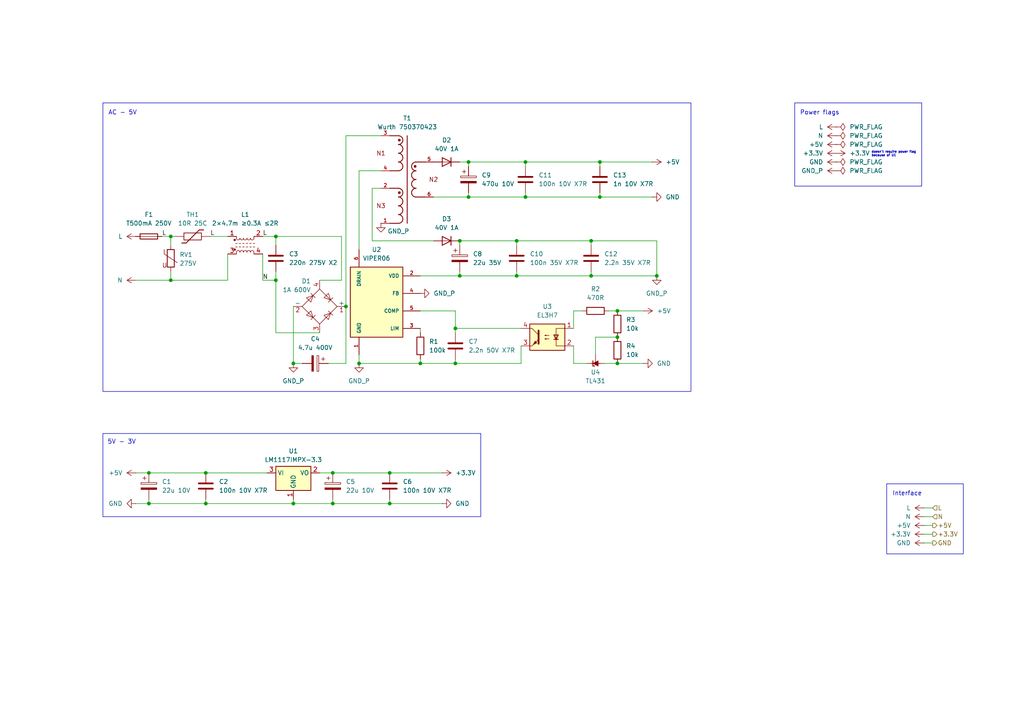
<source format=kicad_sch>
(kicad_sch (version 20250114) (generator "eeschema") (generator_version "9.0")
  (paper "A4")
  (title_block (title "Power supply") (date "2025-05-01") (rev "0.1") (company "SIVAKOV.TECH") (comment 1 "SMD version for manufacturing"))
  (lib_symbols
    (symbol "Device:C" (pin_numbers (hide yes)) (pin_names (offset 0.254))
      (property "Reference" "C" (at 0.635 2.54 0))
      (property "Value" "C" (at 0.635 -2.54 0))
      (symbol "C_0_1"
        (polyline (pts (xy -2.032 0.762) (xy 2.032 0.762)) (stroke (width 0.508)))
        (polyline (pts (xy -2.032 -0.762) (xy 2.032 -0.762)) (stroke (width 0.508)))
      )
      (symbol "C_1_1"
        (pin passive line (at 0 3.81 270) (length 2.794) (name "~") (number "1"))
        (pin passive line (at 0 -3.81 90) (length 2.794) (name "~") (number "2"))
      )
    )
    (symbol "Device:C_Polarized" (pin_numbers (hide yes)) (pin_names (offset 0.254))
      (property "Reference" "C" (at 0.635 2.54 0))
      (property "Value" "C_Polarized" (at 0.635 -2.54 0))
      (symbol "C_Polarized_0_1"
        (rectangle (start -2.286 0.508) (end 2.286 1.016))
        (polyline (pts (xy -1.778 2.286) (xy -0.762 2.286)))
        (polyline (pts (xy -1.27 2.794) (xy -1.27 1.778)))
        (rectangle (start 2.286 -0.508) (end -2.286 -1.016) (fill (type outline)))
      )
      (symbol "C_Polarized_1_1"
        (pin passive line (at 0 3.81 270) (length 2.794) (name "~") (number "1"))
        (pin passive line (at 0 -3.81 90) (length 2.794) (name "~") (number "2"))
      )
    )
    (symbol "Device:D" (pin_numbers (hide yes)) (pin_names (offset 1.016) (hide yes))
      (property "Reference" "D" (at 0 2.54 0))
      (property "Value" "D" (at 0 -2.54 0))
      (symbol "D_0_1"
        (polyline (pts (xy -1.27 1.27) (xy -1.27 -1.27)) (stroke (width 0.254)))
        (polyline (pts (xy 1.27 1.27) (xy 1.27 -1.27) (xy -1.27 0) (xy 1.27 1.27)) (stroke (width 0.254)))
        (polyline (pts (xy 1.27 0) (xy -1.27 0)))
      )
      (symbol "D_1_1"
        (pin passive line (at -3.81 0 0) (length 2.54) (name "K") (number "1"))
        (pin passive line (at 3.81 0 180) (length 2.54) (name "A") (number "2"))
      )
    )
    (symbol "Device:Fuse" (pin_numbers (hide yes)) (pin_names (offset 0))
      (property "Reference" "F" (at 2.032 0 90))
      (property "Value" "Fuse" (at -1.905 0 90))
      (symbol "Fuse_0_1"
        (rectangle (start -0.762 -2.54) (end 0.762 2.54) (stroke (width 0.254)))
        (polyline (pts (xy 0 2.54) (xy 0 -2.54)))
      )
      (symbol "Fuse_1_1"
        (pin passive line (at 0 3.81 270) (length 1.27) (name "~") (number "1"))
        (pin passive line (at 0 -3.81 90) (length 1.27) (name "~") (number "2"))
      )
    )
    (symbol "Device:L_Ferrite_Coupled" (pin_names (offset 0.254) (hide yes))
      (property "Reference" "L" (at 0 4.445 0))
      (property "Value" "L_Ferrite_Coupled" (at 0 -4.445 0))
      (symbol "L_Ferrite_Coupled_0_1"
        (circle (center -3.048 1.524) (radius 0.254) (fill (type outline)))
        (circle (center -3.048 -1.27) (radius 0.254) (fill (type outline)))
        (polyline (pts (xy -2.794 0.508) (xy -2.286 0.508)))
        (polyline (pts (xy -2.794 -0.508) (xy -2.286 -0.508)))
        (polyline (pts (xy -2.54 2.032) (xy -2.54 2.54)))
        (polyline (pts (xy -2.54 -2.032) (xy -2.54 -2.54)))
        (arc (start -1.524 2.032) (mid -2.032 1.5262) (end -2.54 2.032))
        (arc (start -2.54 -2.032) (mid -2.032 -1.5262) (end -1.524 -2.032))
        (polyline (pts (xy -1.778 0.508) (xy -1.27 0.508)))
        (polyline (pts (xy -1.778 -0.508) (xy -1.27 -0.508)))
        (arc (start -0.508 2.032) (mid -1.016 1.5262) (end -1.524 2.032))
        (arc (start -1.524 -2.032) (mid -1.016 -1.5262) (end -0.508 -2.032))
        (polyline (pts (xy -0.762 0.508) (xy -0.254 0.508)))
        (polyline (pts (xy -0.762 -0.508) (xy -0.254 -0.508)))
        (arc (start 0.508 2.032) (mid 0 1.5262) (end -0.508 2.032))
        (arc (start -0.508 -2.032) (mid 0 -1.5262) (end 0.508 -2.032))
        (polyline (pts (xy 0.254 0.508) (xy 0.762 0.508)))
        (polyline (pts (xy 0.254 -0.508) (xy 0.762 -0.508)))
        (arc (start 1.524 2.032) (mid 1.016 1.5262) (end 0.508 2.032))
        (arc (start 0.508 -2.032) (mid 1.016 -1.5262) (end 1.524 -2.032))
        (polyline (pts (xy 1.27 0.508) (xy 1.778 0.508)))
        (polyline (pts (xy 1.27 -0.508) (xy 1.778 -0.508)))
        (arc (start 2.54 2.032) (mid 2.032 1.5262) (end 1.524 2.032))
        (arc (start 1.524 -2.032) (mid 2.032 -1.5262) (end 2.54 -2.032))
        (polyline (pts (xy 2.286 0.508) (xy 2.794 0.508)))
        (polyline (pts (xy 2.286 -0.508) (xy 2.794 -0.508)))
        (polyline (pts (xy 2.54 2.54) (xy 2.54 2.032)))
        (polyline (pts (xy 2.54 -2.032) (xy 2.54 -2.54)))
      )
      (symbol "L_Ferrite_Coupled_1_1"
        (pin passive line (at -5.08 2.54 0) (length 2.54) (name "1") (number "1"))
        (pin passive line (at -5.08 -2.54 0) (length 2.54) (name "3") (number "3"))
        (pin passive line (at 5.08 2.54 180) (length 2.54) (name "2") (number "2"))
        (pin passive line (at 5.08 -2.54 180) (length 2.54) (name "4") (number "4"))
      )
    )
    (symbol "Device:R" (pin_numbers (hide yes)) (pin_names (offset 0))
      (property "Reference" "R" (at 2.032 0 90))
      (property "Value" "R" (at 0 0 90))
      (symbol "R_0_1"
        (rectangle (start -1.016 -2.54) (end 1.016 2.54) (stroke (width 0.254)))
      )
      (symbol "R_1_1"
        (pin passive line (at 0 3.81 270) (length 1.27) (name "~") (number "1"))
        (pin passive line (at 0 -3.81 90) (length 1.27) (name "~") (number "2"))
      )
    )
    (symbol "Device:Thermistor" (pin_numbers (hide yes)) (pin_names (offset 0))
      (property "Reference" "TH" (at 2.54 1.27 90))
      (property "Value" "Thermistor" (at -2.54 0 90))
      (symbol "Thermistor_0_1"
        (polyline (pts (xy -1.905 3.175) (xy -1.905 1.905) (xy 1.905 -1.905) (xy 1.905 -3.175) (xy 1.905 -3.175)) (stroke (width 0.254)))
        (rectangle (start -1.016 2.54) (end 1.016 -2.54) (stroke (width 0.2032)))
      )
      (symbol "Thermistor_1_1"
        (pin passive line (at 0 5.08 270) (length 2.54) (name "~") (number "1"))
        (pin passive line (at 0 -5.08 90) (length 2.54) (name "~") (number "2"))
      )
    )
    (symbol "Diode_Bridge:DF08M" (pin_names (offset 0))
      (property "Reference" "D" (at 2.54 6.985 0))
      (property "Value" "DF08M" (at 2.54 5.08 0))
      (symbol "DF08M_0_1"
        (polyline (pts (xy -5.08 0) (xy 0 -5.08) (xy 5.08 0) (xy 0 5.08) (xy -5.08 0)))
        (polyline (pts (xy -3.81 2.54) (xy -2.54 1.27) (xy -1.905 3.175) (xy -3.81 2.54)))
        (polyline (pts (xy -2.54 3.81) (xy -1.27 2.54)))
        (polyline (pts (xy -2.54 -1.27) (xy -3.81 -2.54) (xy -1.905 -3.175) (xy -2.54 -1.27)))
        (polyline (pts (xy -1.27 -2.54) (xy -2.54 -3.81)))
        (polyline (pts (xy 1.27 2.54) (xy 2.54 3.81) (xy 3.175 1.905) (xy 1.27 2.54)))
        (polyline (pts (xy 2.54 1.27) (xy 3.81 2.54)))
        (polyline (pts (xy 2.54 -1.27) (xy 3.81 -2.54)))
        (polyline (pts (xy 3.175 -1.905) (xy 1.27 -2.54) (xy 2.54 -3.81) (xy 3.175 -1.905)))
      )
      (symbol "DF08M_1_1"
        (pin passive line (at -7.62 0 0) (length 2.54) (name "-") (number "2"))
        (pin passive line (at 0 7.62 270) (length 2.54) (name "~") (number "4"))
        (pin passive line (at 0 -7.62 90) (length 2.54) (name "~") (number "3"))
        (pin passive line (at 7.62 0 180) (length 2.54) (name "+") (number "1"))
      )
    )
    (symbol "Isolator:PC817" (pin_names (offset 1.016))
      (property "Reference" "U" (at -5.08 5.08 0))
      (property "Value" "PC817" (at 0 5.08 0))
      (symbol "PC817_0_1"
        (rectangle (start -5.08 3.81) (end 5.08 -3.81) (stroke (width 0.254)) (fill (type background)))
        (polyline (pts (xy -5.08 2.54) (xy -2.54 2.54) (xy -2.54 -0.635)))
        (polyline (pts (xy -3.175 -0.635) (xy -1.905 -0.635)) (stroke (width 0.254)))
        (polyline (pts (xy -2.54 -0.635) (xy -2.54 -2.54) (xy -5.08 -2.54)))
        (polyline (pts (xy -2.54 -0.635) (xy -3.175 0.635) (xy -1.905 0.635) (xy -2.54 -0.635)) (stroke (width 0.254)))
        (polyline (pts (xy -0.508 0.508) (xy 0.762 0.508) (xy 0.381 0.381) (xy 0.381 0.635) (xy 0.762 0.508)))
        (polyline (pts (xy -0.508 -0.508) (xy 0.762 -0.508) (xy 0.381 -0.635) (xy 0.381 -0.381) (xy 0.762 -0.508)))
        (polyline (pts (xy 2.54 1.905) (xy 2.54 -1.905) (xy 2.54 -1.905)) (stroke (width 0.508)))
        (polyline (pts (xy 2.54 0.635) (xy 4.445 2.54)))
        (polyline (pts (xy 3.048 -1.651) (xy 3.556 -1.143) (xy 4.064 -2.159) (xy 3.048 -1.651) (xy 3.048 -1.651)) (fill (type outline)))
        (polyline (pts (xy 4.445 2.54) (xy 5.08 2.54)))
        (polyline (pts (xy 4.445 -2.54) (xy 2.54 -0.635)) (fill (type outline)))
        (polyline (pts (xy 4.445 -2.54) (xy 5.08 -2.54)))
      )
      (symbol "PC817_1_1"
        (pin passive line (at -7.62 2.54 0) (length 2.54) (name "~") (number "1"))
        (pin passive line (at -7.62 -2.54 0) (length 2.54) (name "~") (number "2"))
        (pin passive line (at 7.62 2.54 180) (length 2.54) (name "~") (number "4"))
        (pin passive line (at 7.62 -2.54 180) (length 2.54) (name "~") (number "3"))
      )
    )
    (symbol "KiCadX_ACDC_Converters:VIPER06" (pin_names (offset 1.016))
      (property "Reference" "U" (at -7.874 14.732 0))
      (property "Value" "VIPER06" (at -7.62 12.192 0))
      (symbol "VIPER06_0_0"
        (rectangle (start -7.62 10.16) (end 7.62 -10.16) (stroke (width 0.254)) (fill (type background)))
        (pin power_in line (at -12.7 7.62 0) (length 5.08) (name "VDD") (number "2"))
        (pin input line (at -12.7 2.54 0) (length 5.08) (name "FB") (number "4"))
        (pin passive line (at -12.7 -2.54 0) (length 5.08) (name "COMP") (number "5"))
        (pin passive line (at -12.7 -7.62 0) (length 5.08) (name "LIM") (number "3"))
        (pin passive line (at 5.08 15.24 270) (length 5.08) (hide yes) (name "DRAIN") (number "10"))
        (pin passive line (at 5.08 15.24 270) (length 5.08) (name "DRAIN") (number "6"))
        (pin passive line (at 5.08 15.24 270) (length 5.08) (hide yes) (name "DRAIN") (number "7"))
        (pin passive line (at 5.08 15.24 270) (length 5.08) (hide yes) (name "DRAIN") (number "8"))
        (pin passive line (at 5.08 15.24 270) (length 5.08) (hide yes) (name "DRAIN") (number "9"))
        (pin power_in line (at 5.08 -15.24 90) (length 5.08) (name "GND") (number "1"))
      )
    )
    (symbol "KiCadX_Transformers:Wurth_750370423" (pin_names (offset 1.016))
      (property "Reference" "T" (at 0 13.97 0))
      (property "Value" "Wurth 750370423" (at 0 -15.24 0))
      (symbol "Wurth_750370423_0_0"
        (arc (start -2.54 12.7) (mid -1.2755 11.43) (end -2.54 10.16) (stroke (width 0.254)))
        (arc (start -2.54 10.16) (mid -1.2755 8.89) (end -2.54 7.62) (stroke (width 0.254)))
        (arc (start -2.54 7.62) (mid -1.2755 6.35) (end -2.54 5.08) (stroke (width 0.254)))
        (arc (start -2.54 5.08) (mid -1.2755 3.81) (end -2.54 2.54) (stroke (width 0.254)))
        (arc (start -2.54 -2.54) (mid -1.2755 -3.81) (end -2.54 -5.08) (stroke (width 0.254)))
        (arc (start -2.54 -5.08) (mid -1.2755 -6.35) (end -2.54 -7.62) (stroke (width 0.254)))
        (arc (start -2.54 -7.62) (mid -1.2755 -8.89) (end -2.54 -10.16) (stroke (width 0.254)))
        (arc (start -2.54 -10.16) (mid -1.2755 -11.43) (end -2.54 -12.7) (stroke (width 0.254)))
        (polyline (pts (xy -2.54 12.7) (xy -5.08 12.7)) (stroke (width 0.254)))
        (polyline (pts (xy -2.54 2.54) (xy -5.08 2.54)) (stroke (width 0.254)))
        (polyline (pts (xy -2.54 -2.54) (xy -5.08 -2.54)) (stroke (width 0.254)))
        (polyline (pts (xy -2.54 -12.7) (xy -5.08 -12.7)) (stroke (width 0.254)))
        (circle (center -2.286 11.43) (radius 0.2032) (stroke (width 0.381)))
        (circle (center -2.286 -3.81) (radius 0.2032) (stroke (width 0.381)))
        (polyline (pts (xy 0 12.7) (xy 0 -12.7)) (stroke (width 0.254)))
        (circle (center 2.286 3.81) (radius 0.2032) (stroke (width 0.381)))
        (polyline (pts (xy 2.54 5.08) (xy 5.08 5.08)) (stroke (width 0.254)))
        (polyline (pts (xy 2.54 -5.08) (xy 5.08 -5.08)) (stroke (width 0.254)))
        (arc (start 2.54 2.54) (mid 1.2755 3.81) (end 2.54 5.08) (stroke (width 0.254)))
        (arc (start 2.54 0) (mid 1.2755 1.27) (end 2.54 2.54) (stroke (width 0.254)))
        (arc (start 2.54 -2.54) (mid 1.2755 -1.27) (end 2.54 0) (stroke (width 0.254)))
        (arc (start 2.54 -5.08) (mid 1.2755 -3.81) (end 2.54 -2.54) (stroke (width 0.254)))
        (text "N1" (at -7.62 7.62 0) (effects (font (size 1.27 1.27))))
        (pin passive line (at 7.62 5.08 180) (length 2.54) (name "~") (number "5"))
        (pin passive line (at 7.62 -5.08 180) (length 2.54) (name "~") (number "6"))
      )
      (symbol "Wurth_750370423_1_0"
        (pin power_in line (at -7.62 12.7 0) (length 2.54) (name "~") (number "3"))
        (pin power_in line (at -7.62 2.54 0) (length 2.54) (name "~") (number "4"))
        (pin power_out line (at -7.62 -2.54 0) (length 2.54) (name "~") (number "2"))
        (pin power_out line (at -7.62 -12.7 0) (length 2.54) (name "~") (number "1"))
      )
      (symbol "Wurth_750370423_1_1"
        (text "N3" (at -7.62 -7.62 0) (effects (font (size 1.27 1.27))))
        (text "N2" (at 7.62 0 0) (effects (font (size 1.27 1.27))))
      )
    )
    (symbol "Reference_Voltage:TL431DBZ" (pin_numbers (hide yes)) (pin_names (hide yes))
      (property "Reference" "U" (at -2.54 2.54 0))
      (property "Value" "TL431DBZ" (at 0 -2.54 0))
      (symbol "TL431DBZ_0_1"
        (polyline (pts (xy -1.27 0) (xy 0 0) (xy 1.27 0)))
        (polyline (pts (xy -0.762 -0.762) (xy -0.762 0.762) (xy 0.762 0) (xy -0.762 -0.762)) (fill (type outline)))
        (polyline (pts (xy 0.254 -0.762) (xy 0.762 -0.762) (xy 0.762 0.762) (xy 0.762 0.762)) (stroke (width 0.254)))
      )
      (symbol "TL431DBZ_1_1"
        (pin passive line (at -2.54 0 0) (length 2.54) (name "A") (number "3"))
        (pin passive line (at 0 2.54 270) (length 2.54) (name "REF") (number "2"))
        (pin passive line (at 2.54 0 180) (length 2.54) (name "K") (number "1"))
      )
    )
    (symbol "Regulator_Linear:LM1117MP-3.3"
      (property "Reference" "U" (at -3.81 3.175 0))
      (property "Value" "LM1117MP-3.3" (at 0 3.175 0))
      (symbol "LM1117MP-3.3_0_1"
        (rectangle (start -5.08 -5.08) (end 5.08 1.905) (stroke (width 0.254)) (fill (type background)))
      )
      (symbol "LM1117MP-3.3_1_1"
        (pin power_in line (at -7.62 0 0) (length 2.54) (name "VI") (number "3"))
        (pin power_in line (at 0 -7.62 90) (length 2.54) (name "GND") (number "1"))
        (pin power_out line (at 7.62 0 180) (length 2.54) (name "VO") (number "2"))
      )
    )
    (symbol "Varistor_1" (pin_numbers (hide yes)) (pin_names (offset 0))
      (property "Reference" "RV" (at 3.175 0 90))
      (property "Value" "Varistor" (at -3.175 0 90))
      (symbol "Varistor_1_0_0"
        (text "U" (at -1.778 -2.032 0) (effects (font (size 1.27 1.27))))
      )
      (symbol "Varistor_1_0_1"
        (polyline (pts (xy -1.905 2.54) (xy -1.905 1.27) (xy 1.905 -1.27)))
        (rectangle (start -1.016 -2.54) (end 1.016 2.54) (stroke (width 0.254)))
      )
      (symbol "Varistor_1_1_1"
        (pin passive line (at 0 3.81 270) (length 1.27) (name "~") (number "1"))
        (pin passive line (at 0 -3.81 90) (length 1.27) (name "~") (number "2"))
      )
    )
    (symbol "power:+3.3V" (power) (pin_numbers (hide yes)) (pin_names (offset 0) (hide yes))
      (property "Value" "+3.3V" (at 0 3.556 0))
      (symbol "+3.3V_0_1"
        (polyline (pts (xy -0.762 1.27) (xy 0 2.54)))
        (polyline (pts (xy 0 2.54) (xy 0.762 1.27)))
        (polyline (pts (xy 0 0) (xy 0 2.54)))
      )
      (symbol "+3.3V_1_1"
        (pin power_in line (at 0 0 90) (length 0) (name "~") (number "1"))
      )
    )
    (symbol "power:+5V" (power) (pin_numbers (hide yes)) (pin_names (offset 0) (hide yes))
      (property "Value" "+5V" (at 0 3.556 0))
      (symbol "+5V_0_1"
        (polyline (pts (xy -0.762 1.27) (xy 0 2.54)))
        (polyline (pts (xy 0 2.54) (xy 0.762 1.27)))
        (polyline (pts (xy 0 0) (xy 0 2.54)))
      )
      (symbol "+5V_1_1"
        (pin power_in line (at 0 0 90) (length 0) (name "~") (number "1"))
      )
    )
    (symbol "power:GND" (power) (pin_numbers (hide yes)) (pin_names (offset 0) (hide yes))
      (property "Value" "GND" (at 0 -3.81 0))
      (symbol "GND_0_1"
        (polyline (pts (xy 0 0) (xy 0 -1.27) (xy 1.27 -1.27) (xy 0 -2.54) (xy -1.27 -1.27) (xy 0 -1.27)))
      )
      (symbol "GND_1_1"
        (pin power_in line (at 0 0 270) (length 0) (name "~") (number "1"))
      )
    )
    (symbol "power:LINE" (power) (pin_numbers (hide yes)) (pin_names (offset 0) (hide yes))
      (property "Value" "LINE" (at 0 3.556 0))
      (symbol "LINE_0_1"
        (polyline (pts (xy -0.762 1.27) (xy 0 2.54)))
        (polyline (pts (xy 0 2.54) (xy 0.762 1.27)))
        (polyline (pts (xy 0 0) (xy 0 2.54)))
      )
      (symbol "LINE_1_1"
        (pin power_in line (at 0 0 90) (length 0) (name "~") (number "1"))
      )
    )
    (symbol "power:NEUT" (power) (pin_numbers (hide yes)) (pin_names (offset 0) (hide yes))
      (property "Value" "NEUT" (at 0 3.556 0))
      (symbol "NEUT_0_1"
        (polyline (pts (xy -0.762 1.27) (xy 0 2.54)))
        (polyline (pts (xy 0 2.54) (xy 0.762 1.27)))
        (polyline (pts (xy 0 0) (xy 0 2.54)))
      )
      (symbol "NEUT_1_1"
        (pin power_in line (at 0 0 90) (length 0) (name "~") (number "1"))
      )
    )
    (symbol "power:PWR_FLAG" (power) (pin_numbers (hide yes)) (pin_names (offset 0) (hide yes))
      (property "Value" "PWR_FLAG" (at 0 3.81 0))
      (symbol "PWR_FLAG_0_0"
        (pin power_out line (at 0 0 90) (length 0) (name "~") (number "1"))
      )
      (symbol "PWR_FLAG_0_1"
        (polyline (pts (xy 0 0) (xy 0 1.27) (xy -1.016 1.905) (xy 0 2.54) (xy 1.016 1.905) (xy 0 1.27)))
      )
    )
  )
  (rectangle (start 29.845 29.845) (end 200.406 113.538))
  (rectangle (start 257.175 140.335) (end 279.4 160.655))
  (rectangle (start 29.845 125.73) (end 139.446 149.86))
  (rectangle (start 230.505 29.845) (end 267.335 53.975))
  (text "Interface" (at 258.826 142.494 0) (effects (font (size 1.27 1.27)) (justify left top)))
  (text "AC - 5V" (at 35.56 32.766 0) (effects (font (size 1.27 1.27))))
  (text "doesn't require power flag\nbecause of U1" (at 252.73 44.704 0) (effects (font (size 0.635 0.635)) (justify left)))
  (text "5V - 3V" (at 35.306 128.27 0) (effects (font (size 1.27 1.27))))
  (text "Power flags" (at 237.744 32.766 0) (effects (font (size 1.27 1.27))))
  (junction (at 133.35 80.01))
  (junction (at 149.86 80.01))
  (junction (at 43.18 137.16))
  (junction (at 113.03 137.16))
  (junction (at 96.52 137.16))
  (junction (at 135.89 46.99))
  (junction (at 173.99 57.15))
  (junction (at 80.01 81.28))
  (junction (at 171.45 69.85))
  (junction (at 49.53 68.58))
  (junction (at 133.35 69.85))
  (junction (at 85.09 105.41))
  (junction (at 149.86 69.85))
  (junction (at 135.89 57.15))
  (junction (at 80.01 68.58))
  (junction (at 132.08 95.25))
  (junction (at 121.92 105.41))
  (junction (at 85.09 146.05))
  (junction (at 59.69 146.05))
  (junction (at 152.4 57.15))
  (junction (at 59.69 137.16))
  (junction (at 179.07 97.79))
  (junction (at 96.52 146.05))
  (junction (at 190.5 80.01))
  (junction (at 43.18 146.05))
  (junction (at 179.07 90.17))
  (junction (at 49.53 81.28))
  (junction (at 171.45 80.01))
  (junction (at 179.07 105.41))
  (junction (at 104.14 105.41))
  (junction (at 132.08 105.41))
  (junction (at 173.99 46.99))
  (junction (at 113.03 146.05))
  (junction (at 152.4 46.99))
  (junction (at 100.33 88.9))
  (wire (pts (xy 152.4 48.26) (xy 152.4 46.99)))
  (wire (pts (xy 49.53 81.28) (xy 66.04 81.28)))
  (wire (pts (xy 132.08 90.17) (xy 121.92 90.17)))
  (wire (pts (xy 166.37 90.17) (xy 168.91 90.17)))
  (wire (pts (xy 171.45 69.85) (xy 190.5 69.85)))
  (wire (pts (xy 100.33 39.37) (xy 110.49 39.37)))
  (wire (pts (xy 125.73 69.85) (xy 107.95 69.85)))
  (wire (pts (xy 132.08 95.25) (xy 151.13 95.25)))
  (wire (pts (xy 132.08 105.41) (xy 151.13 105.41)))
  (wire (pts (xy 113.03 146.05) (xy 128.27 146.05)))
  (wire (pts (xy 152.4 57.15) (xy 152.4 55.88)))
  (wire (pts (xy 132.08 95.25) (xy 132.08 96.52)))
  (wire (pts (xy 152.4 57.15) (xy 173.99 57.15)))
  (wire (pts (xy 121.92 105.41) (xy 132.08 105.41)))
  (wire (pts (xy 176.53 90.17) (xy 179.07 90.17)))
  (wire (pts (xy 80.01 78.74) (xy 80.01 81.28)))
  (wire (pts (xy 100.33 105.41) (xy 95.25 105.41)))
  (wire (pts (xy 92.71 137.16) (xy 96.52 137.16)))
  (wire (pts (xy 121.92 95.25) (xy 121.92 96.52)))
  (wire (pts (xy 39.37 81.28) (xy 49.53 81.28)))
  (wire (pts (xy 173.99 57.15) (xy 173.99 55.88)))
  (wire (pts (xy 80.01 81.28) (xy 80.01 96.52)))
  (wire (pts (xy 135.89 57.15) (xy 152.4 57.15)))
  (wire (pts (xy 59.69 146.05) (xy 85.09 146.05)))
  (wire (pts (xy 96.52 146.05) (xy 113.03 146.05)))
  (wire (pts (xy 133.35 46.99) (xy 135.89 46.99)))
  (wire (pts (xy 132.08 90.17) (xy 132.08 95.25)))
  (wire (pts (xy 149.86 69.85) (xy 171.45 69.85)))
  (wire (pts (xy 104.14 102.87) (xy 104.14 105.41)))
  (wire (pts (xy 175.26 105.41) (xy 179.07 105.41)))
  (wire (pts (xy 152.4 46.99) (xy 173.99 46.99)))
  (wire (pts (xy 43.18 137.16) (xy 59.69 137.16)))
  (wire (pts (xy 173.99 57.15) (xy 189.23 57.15)))
  (wire (pts (xy 149.86 80.01) (xy 171.45 80.01)))
  (wire (pts (xy 46.99 68.58) (xy 49.53 68.58)))
  (wire (pts (xy 104.14 105.41) (xy 121.92 105.41)))
  (wire (pts (xy 85.09 105.41) (xy 87.63 105.41)))
  (wire (pts (xy 96.52 137.16) (xy 113.03 137.16)))
  (wire (pts (xy 166.37 105.41) (xy 170.18 105.41)))
  (wire (pts (xy 96.52 146.05) (xy 96.52 144.78)))
  (wire (pts (xy 99.06 81.28) (xy 92.71 81.28)))
  (wire (pts (xy 39.37 146.05) (xy 43.18 146.05)))
  (wire (pts (xy 172.72 102.87) (xy 172.72 97.79)))
  (wire (pts (xy 171.45 69.85) (xy 171.45 71.12)))
  (wire (pts (xy 267.97 154.94) (xy 270.51 154.94)))
  (wire (pts (xy 80.01 68.58) (xy 99.06 68.58)))
  (wire (pts (xy 100.33 39.37) (xy 100.33 88.9)))
  (wire (pts (xy 179.07 90.17) (xy 186.69 90.17)))
  (wire (pts (xy 171.45 78.74) (xy 171.45 80.01)))
  (wire (pts (xy 43.18 146.05) (xy 43.18 144.78)))
  (wire (pts (xy 121.92 104.14) (xy 121.92 105.41)))
  (wire (pts (xy 133.35 80.01) (xy 149.86 80.01)))
  (wire (pts (xy 76.2 73.66) (xy 76.2 81.28)))
  (wire (pts (xy 149.86 78.74) (xy 149.86 80.01)))
  (wire (pts (xy 80.01 96.52) (xy 92.71 96.52)))
  (wire (pts (xy 99.06 68.58) (xy 99.06 81.28)))
  (wire (pts (xy 85.09 146.05) (xy 96.52 146.05)))
  (wire (pts (xy 172.72 97.79) (xy 179.07 97.79)))
  (wire (pts (xy 133.35 69.85) (xy 133.35 71.12)))
  (wire (pts (xy 60.96 68.58) (xy 66.04 68.58)))
  (wire (pts (xy 59.69 146.05) (xy 59.69 144.78)))
  (wire (pts (xy 80.01 71.12) (xy 80.01 68.58)))
  (wire (pts (xy 49.53 68.58) (xy 49.53 71.12)))
  (wire (pts (xy 190.5 69.85) (xy 190.5 80.01)))
  (wire (pts (xy 59.69 137.16) (xy 77.47 137.16)))
  (wire (pts (xy 85.09 88.9) (xy 85.09 105.41)))
  (wire (pts (xy 171.45 80.01) (xy 190.5 80.01)))
  (wire (pts (xy 179.07 105.41) (xy 186.69 105.41)))
  (wire (pts (xy 166.37 90.17) (xy 166.37 95.25)))
  (wire (pts (xy 113.03 137.16) (xy 128.27 137.16)))
  (wire (pts (xy 267.97 157.48) (xy 270.51 157.48)))
  (wire (pts (xy 85.09 146.05) (xy 85.09 144.78)))
  (wire (pts (xy 173.99 48.26) (xy 173.99 46.99)))
  (wire (pts (xy 107.95 54.61) (xy 110.49 54.61)))
  (wire (pts (xy 76.2 68.58) (xy 80.01 68.58)))
  (wire (pts (xy 135.89 48.26) (xy 135.89 46.99)))
  (wire (pts (xy 133.35 69.85) (xy 149.86 69.85)))
  (wire (pts (xy 49.53 68.58) (xy 50.8 68.58)))
  (wire (pts (xy 135.89 57.15) (xy 135.89 55.88)))
  (wire (pts (xy 121.92 80.01) (xy 133.35 80.01)))
  (wire (pts (xy 66.04 81.28) (xy 66.04 73.66)))
  (wire (pts (xy 166.37 105.41) (xy 166.37 100.33)))
  (wire (pts (xy 49.53 78.74) (xy 49.53 81.28)))
  (wire (pts (xy 107.95 69.85) (xy 107.95 54.61)))
  (wire (pts (xy 125.73 57.15) (xy 135.89 57.15)))
  (wire (pts (xy 135.89 46.99) (xy 152.4 46.99)))
  (wire (pts (xy 151.13 100.33) (xy 151.13 105.41)))
  (wire (pts (xy 267.97 149.86) (xy 270.51 149.86)))
  (wire (pts (xy 104.14 49.53) (xy 110.49 49.53)))
  (wire (pts (xy 133.35 78.74) (xy 133.35 80.01)))
  (wire (pts (xy 267.97 152.4) (xy 270.51 152.4)))
  (wire (pts (xy 104.14 49.53) (xy 104.14 72.39)))
  (wire (pts (xy 76.2 81.28) (xy 80.01 81.28)))
  (wire (pts (xy 149.86 69.85) (xy 149.86 71.12)))
  (wire (pts (xy 173.99 46.99) (xy 189.23 46.99)))
  (wire (pts (xy 43.18 146.05) (xy 59.69 146.05)))
  (wire (pts (xy 100.33 88.9) (xy 100.33 105.41)))
  (wire (pts (xy 113.03 146.05) (xy 113.03 144.78)))
  (wire (pts (xy 132.08 104.14) (xy 132.08 105.41)))
  (wire (pts (xy 39.37 137.16) (xy 43.18 137.16)))
  (wire (pts (xy 267.97 147.32) (xy 270.51 147.32)))
  (label "L" (at 76.2 68.58 0))
  (label "N" (at 76.2 81.28 0))
  (label "L" (at 60.96 68.58 0))
  (label "L" (at 46.99 68.58 0))
  (hierarchical_label "+3.3V" (shape output) (at 270.51 154.94 0))
  (hierarchical_label "GND" (shape output) (at 270.51 157.48 0))
  (hierarchical_label "L" (shape input) (at 270.51 147.32 0))
  (hierarchical_label "+5V" (shape output) (at 270.51 152.4 0))
  (hierarchical_label "N" (shape input) (at 270.51 149.86 0))
  (symbol (lib_id "power:+5V") (at 267.97 154.94 90) (unit 1)
    (property "Reference" "#PWR026" (effects (hide yes)))
    (property "Value" "+3.3V" (at 264.16 154.9399 90) (effects (justify left)))
    (property "Description" "Power symbol creates a global label with name \"+5V\"" (effects (hide yes)))
  )
  (symbol (lib_id "Device:R") (at 121.92 100.33 0) (unit 1)
    (property "Reference" "R1" (at 124.46 99.0599 0) (effects (justify left)))
    (property "Value" "100k" (at 124.46 101.5999 0) (effects (justify left)))
    (property "Footprint" "Resistor_SMD:R_0402_1005Metric" (effects (hide yes)))
    (property "Description" "Resistor" (effects (hide yes)))
    (property "JLCPCB" "C25741" (effects (hide yes)))
  )
  (symbol (lib_id "power:+5V") (at 267.97 152.4 90) (unit 1)
    (property "Reference" "#PWR025" (effects (hide yes)))
    (property "Value" "+5V" (at 264.16 152.3999 90) (effects (justify left)))
    (property "Description" "Power symbol creates a global label with name \"+5V\"" (effects (hide yes)))
  )
  (symbol (lib_id "power:GND") (at 121.92 85.09 90) (unit 1)
    (property "Reference" "#PWR08" (effects (hide yes)))
    (property "Value" "GND_P" (at 125.73 85.0899 90) (effects (justify right)))
    (property "Description" "Power symbol creates a global label with name \"GND\" , ground" (effects (hide yes)))
  )
  (symbol (lib_id "Device:C") (at 113.03 140.97 0) (unit 1)
    (property "Reference" "C6" (at 116.84 139.6999 0) (effects (justify left)))
    (property "Value" "100n 10V X7R" (at 116.84 142.2399 0) (effects (justify left)))
    (property "Footprint" "Capacitor_SMD:C_0402_1005Metric" (effects (hide yes)))
    (property "Description" "Unpolarized capacitor" (effects (hide yes)))
    (property "JLCPCB" "C309458" (effects (hide yes)))
  )
  (symbol (lib_id "Device:C_Polarized") (at 91.44 105.41 270) (unit 1)
    (property "Reference" "C4" (at 91.44 98.298 90))
    (property "Value" "4.7u 400V" (at 91.44 100.838 90))
    (property "Footprint" "Capacitor_SMD:CP_Elec_10x10.5" (effects (hide yes)))
    (property "Description" "Polarized capacitor" (effects (hide yes)))
    (property "JLCPCB" "C88703" (effects (hide yes)))
  )
  (symbol (lib_id "Device:R") (at 172.72 90.17 90) (unit 1)
    (property "Reference" "R2" (at 172.72 83.82 90))
    (property "Value" "470R" (at 172.72 86.36 90))
    (property "Footprint" "Resistor_SMD:R_0402_1005Metric" (effects (hide yes)))
    (property "Description" "Resistor" (effects (hide yes)))
    (property "JLCPCB" "C25117" (effects (hide yes)))
  )
  (symbol (lib_id "power:GND") (at 104.14 105.41 0) (unit 1)
    (property "Reference" "#PWR06" (effects (hide yes)))
    (property "Value" "GND_P" (at 104.14 110.49 0))
    (property "Description" "Power symbol creates a global label with name \"GND\" , ground" (effects (hide yes)))
  )
  (symbol (lib_id "power:PWR_FLAG") (at 242.57 46.99 270) (unit 1)
    (property "Reference" "#FLG04" (effects (hide yes)))
    (property "Value" "PWR_FLAG" (at 246.38 46.9899 90) (effects (justify left)))
    (property "Description" "Special symbol for telling ERC where power comes from" (effects (hide yes)))
  )
  (symbol (lib_id "power:GND") (at 190.5 80.01 0) (unit 1)
    (property "Reference" "#PWR015" (effects (hide yes)))
    (property "Value" "GND_P" (at 190.5 85.09 0))
    (property "Description" "Power symbol creates a global label with name \"GND\" , ground" (effects (hide yes)))
  )
  (symbol (lib_id "power:GND") (at 186.69 105.41 90) (unit 1)
    (property "Reference" "#PWR012" (effects (hide yes)))
    (property "Value" "GND" (at 190.5 105.4099 90) (effects (justify right)))
    (property "Description" "Power symbol creates a global label with name \"GND\" , ground" (effects (hide yes)))
  )
  (symbol (lib_id "Device:C") (at 80.01 74.93 0) (unit 1)
    (property "Reference" "C3" (at 83.82 73.6599 0) (effects (justify left)))
    (property "Value" "220n 275V X2" (at 83.82 76.1999 0) (effects (justify left)))
    (property "Footprint" "Capacitor_THT:C_Rect_L13.0mm_W6.0mm_P10.00mm_FKS3_FKP3_MKS4" (effects (hide yes)))
    (property "Description" "Unpolarized capacitor" (effects (hide yes)))
    (property "JLCPCB" "C489075" (effects (hide yes)))
  )
  (symbol (lib_id "power:GND") (at 39.37 146.05 270) (unit 1)
    (property "Reference" "#PWR04" (effects (hide yes)))
    (property "Value" "GND" (at 35.56 146.0499 90) (effects (justify right)))
    (property "Description" "Power symbol creates a global label with name \"GND\" , ground" (effects (hide yes)))
  )
  (symbol (lib_id "Device:R") (at 179.07 101.6 0) (unit 1)
    (property "Reference" "R4" (at 181.61 100.3299 0) (effects (justify left)))
    (property "Value" "10k" (at 181.61 102.8699 0) (effects (justify left)))
    (property "Footprint" "Resistor_SMD:R_0402_1005Metric" (effects (hide yes)))
    (property "Description" "Resistor" (effects (hide yes)))
    (property "JLCPCB" "C25744" (effects (hide yes)))
  )
  (symbol (lib_id "power:+5V") (at 242.57 39.37 90) (unit 1)
    (property "Reference" "#PWR017" (effects (hide yes)))
    (property "Value" "N" (at 238.76 39.3699 90) (effects (justify left)))
    (property "Description" "Power symbol creates a global label with name \"+5V\"" (effects (hide yes)))
  )
  (symbol (lib_id "power:+5V") (at 267.97 149.86 90) (unit 1)
    (property "Reference" "#PWR024" (effects (hide yes)))
    (property "Value" "N" (at 264.16 149.8599 90) (effects (justify left)))
    (property "Description" "Power symbol creates a global label with name \"+5V\"" (effects (hide yes)))
  )
  (symbol (lib_id "Device:C") (at 59.69 140.97 0) (unit 1)
    (property "Reference" "C2" (at 63.5 139.6999 0) (effects (justify left)))
    (property "Value" "100n 10V X7R" (at 63.5 142.2399 0) (effects (justify left)))
    (property "Footprint" "Capacitor_SMD:C_0402_1005Metric" (effects (hide yes)))
    (property "Description" "Unpolarized capacitor" (effects (hide yes)))
    (property "JLCPCB" "C309458" (effects (hide yes)))
  )
  (symbol (lib_id "power:LINE") (at 39.37 68.58 90) (unit 1)
    (property "Reference" "#PWR01" (effects (hide yes)))
    (property "Value" "L" (at 35.56 68.5799 90) (effects (justify left)))
    (property "Description" "Power symbol creates a global label with name \"LINE\"" (effects (hide yes)))
  )
  (symbol (lib_id "power:+5V") (at 242.57 41.91 90) (unit 1)
    (property "Reference" "#PWR018" (effects (hide yes)))
    (property "Value" "+5V" (at 238.76 41.9099 90) (effects (justify left)))
    (property "Description" "Power symbol creates a global label with name \"+5V\"" (effects (hide yes)))
  )
  (symbol (lib_id "power:+5V") (at 267.97 157.48 90) (unit 1)
    (property "Reference" "#PWR027" (effects (hide yes)))
    (property "Value" "GND" (at 264.16 157.4799 90) (effects (justify left)))
    (property "Description" "Power symbol creates a global label with name \"+5V\"" (effects (hide yes)))
  )
  (symbol (lib_id "Device:C_Polarized") (at 133.35 74.93 0) (unit 1)
    (property "Reference" "C8" (at 137.16 73.66 0) (effects (justify left)))
    (property "Value" "22u 35V" (at 137.16 76.2 0) (effects (justify left)))
    (property "Footprint" "Capacitor_SMD:CP_Elec_5x5.4" (effects (hide yes)))
    (property "Description" "Polarized capacitor" (effects (hide yes)))
    (property "JLCPCB" "C239256" (effects (hide yes)))
  )
  (symbol (lib_id "KiCadX_ACDC_Converters:VIPER06") (at 109.22 87.63 0) (mirror y) (unit 1)
    (property "Reference" "U2" (at 109.22 72.39 0))
    (property "Value" "VIPER06" (at 109.22 74.93 0))
    (property "Footprint" "KiCadX_ACDC_Converters_SMD:VIPER06_SSO10" (effects (hide yes)))
    (property "Datasheet" "${KICADX_LIBS}/datasheets/viper06.pdf" (effects (hide yes)))
    (property "Description" "VIPER06 series PWM flyback converter" (effects (hide yes)))
    (property "JLCPCB" "C501111" (effects (hide yes)))
  )
  (symbol (lib_id "power:+3.3V") (at 128.27 137.16 270) (unit 1)
    (property "Reference" "#PWR09" (effects (hide yes)))
    (property "Value" "+3.3V" (at 132.08 137.1599 90) (effects (justify left)))
    (property "Description" "Power symbol creates a global label with name \"+3.3V\"" (effects (hide yes)))
  )
  (symbol (lib_id "power:GND") (at 189.23 57.15 90) (unit 1)
    (property "Reference" "#PWR014" (effects (hide yes)))
    (property "Value" "GND" (at 193.04 57.1499 90) (effects (justify right)))
    (property "Description" "Power symbol creates a global label with name \"GND\" , ground" (effects (hide yes)))
  )
  (symbol (lib_id "Device:C") (at 173.99 52.07 0) (unit 1)
    (property "Reference" "C13" (at 177.8 50.7999 0) (effects (justify left)))
    (property "Value" "1n 10V X7R" (at 177.8 53.3399 0) (effects (justify left)))
    (property "Footprint" "Capacitor_SMD:C_0402_1005Metric" (effects (hide yes)))
    (property "Description" "Unpolarized capacitor" (effects (hide yes)))
    (property "JLCPCB" "C541372" (effects (hide yes)))
  )
  (symbol (lib_id "Regulator_Linear:LM1117MP-3.3") (at 85.09 137.16 0) (unit 1)
    (property "Reference" "U1" (at 85.09 130.81 0))
    (property "Value" "LM1117IMPX-3.3" (at 85.09 133.35 0))
    (property "Footprint" "Package_TO_SOT_SMD:SOT-223" (effects (hide yes)))
    (property "Datasheet" "http://www.ti.com/lit/ds/symlink/lm1117.pdf" (effects (hide yes)))
    (property "Description" "800mA Low-Dropout Linear Regulator, 3.3V fixed output, SOT-223" (effects (hide yes)))
    (property "JLCPCB" "C23984" (effects (hide yes)))
  )
  (symbol (lib_id "power:+5V") (at 242.57 36.83 90) (unit 1)
    (property "Reference" "#PWR016" (effects (hide yes)))
    (property "Value" "L" (at 238.76 36.8299 90) (effects (justify left)))
    (property "Description" "Power symbol creates a global label with name \"+5V\"" (effects (hide yes)))
  )
  (symbol (lib_id "Device:C_Polarized") (at 96.52 140.97 0) (unit 1)
    (property "Reference" "C5" (at 100.33 139.7 0) (effects (justify left)))
    (property "Value" "22u 10V" (at 100.33 142.24 0) (effects (justify left)))
    (property "Footprint" "Capacitor_SMD:CP_Elec_5x5.4" (effects (hide yes)))
    (property "Description" "Polarized capacitor" (effects (hide yes)))
    (property "JLCPCB" "C22387966" (effects (hide yes)))
  )
  (symbol (lib_id "power:GND") (at 128.27 146.05 90) (unit 1)
    (property "Reference" "#PWR010" (effects (hide yes)))
    (property "Value" "GND" (at 132.08 146.0499 90) (effects (justify right)))
    (property "Description" "Power symbol creates a global label with name \"GND\" , ground" (effects (hide yes)))
  )
  (symbol (lib_id "power:PWR_FLAG") (at 242.57 39.37 270) (unit 1)
    (property "Reference" "#FLG02" (effects (hide yes)))
    (property "Value" "PWR_FLAG" (at 246.38 39.3699 90) (effects (justify left)))
    (property "Description" "Special symbol for telling ERC where power comes from" (effects (hide yes)))
  )
  (symbol (lib_id "Device:D") (at 129.54 69.85 180) (unit 1)
    (property "Reference" "D3" (at 129.54 63.5 0))
    (property "Value" "40V 1A" (at 129.54 66.04 0))
    (property "Footprint" "Diode_SMD:D_SOD-323" (effects (hide yes)))
    (property "Description" "Diode" (effects (hide yes)))
    (property "Sim.Device" "D" (effects (hide yes)))
    (property "Sim.Pins" "1=K 2=A" (effects (hide yes)))
    (property "JLCPCB" "C191023" (effects (hide yes)))
  )
  (symbol (lib_id "power:+5V") (at 186.69 90.17 270) (unit 1)
    (property "Reference" "#PWR011" (effects (hide yes)))
    (property "Value" "+5V" (at 190.5 90.1699 90) (effects (justify left)))
    (property "Description" "Power symbol creates a global label with name \"+5V\"" (effects (hide yes)))
  )
  (symbol (lib_id "Device:D") (at 129.54 46.99 180) (unit 1)
    (property "Reference" "D2" (at 129.54 40.64 0))
    (property "Value" "40V 1A" (at 129.54 43.18 0))
    (property "Footprint" "Diode_SMD:D_SOD-323" (effects (hide yes)))
    (property "Description" "Diode" (effects (hide yes)))
    (property "Sim.Device" "D" (effects (hide yes)))
    (property "Sim.Pins" "1=K 2=A" (effects (hide yes)))
    (property "JLCPCB" "C191023" (effects (hide yes)))
  )
  (symbol (lib_id "power:PWR_FLAG") (at 242.57 36.83 270) (unit 1)
    (property "Reference" "#FLG01" (effects (hide yes)))
    (property "Value" "PWR_FLAG" (at 246.38 36.8299 90) (effects (justify left)))
    (property "Description" "Special symbol for telling ERC where power comes from" (effects (hide yes)))
  )
  (symbol (lib_id "Device:C_Polarized") (at 43.18 140.97 0) (unit 1)
    (property "Reference" "C1" (at 46.99 139.7 0) (effects (justify left)))
    (property "Value" "22u 10V" (at 46.99 142.24 0) (effects (justify left)))
    (property "Footprint" "Capacitor_SMD:CP_Elec_5x5.4" (effects (hide yes)))
    (property "Description" "Polarized capacitor" (effects (hide yes)))
    (property "JLCPCB" "C22387966" (effects (hide yes)))
  )
  (symbol (lib_id "Reference_Voltage:TL431DBZ") (at 172.72 105.41 0) (mirror y) (unit 1)
    (property "Reference" "U4" (at 172.72 107.95 0))
    (property "Value" "TL431" (at 172.72 110.49 0))
    (property "Footprint" "Package_TO_SOT_SMD:SOT-23" (effects (hide yes)))
    (property "Datasheet" "http://www.ti.com/lit/ds/symlink/tl431.pdf" (effects (hide yes)))
    (property "Description" "Shunt Regulator, SOT-23" (effects (hide yes)))
    (property "JLCPCB" "C41283" (effects (hide yes)))
  )
  (symbol (lib_id "power:PWR_FLAG") (at 242.57 49.53 270) (unit 1)
    (property "Reference" "#FLG05" (effects (hide yes)))
    (property "Value" "PWR_FLAG" (at 246.38 49.5299 90) (effects (justify left)))
    (property "Description" "Special symbol for telling ERC where power comes from" (effects (hide yes)))
  )
  (symbol (lib_id "Device:Thermistor") (at 55.88 68.58 90) (unit 1)
    (property "Reference" "TH1" (at 55.88 62.23 90))
    (property "Value" "10R 25C" (at 55.88 64.77 90))
    (property "Footprint" "KiCadX_Thermistors_THT:NTC10D_7_Disc_D7.0mm_P5.0mm" (effects (hide yes)))
    (property "Description" "Temperature dependent resistor" (effects (hide yes)))
    (property "JLCPCB" "C332360" (effects (hide yes)))
  )
  (symbol (lib_id "power:+5V") (at 242.57 49.53 90) (unit 1)
    (property "Reference" "#PWR022" (effects (hide yes)))
    (property "Value" "GND_P" (at 238.76 49.5299 90) (effects (justify left)))
    (property "Description" "Power symbol creates a global label with name \"+5V\"" (effects (hide yes)))
  )
  (symbol (lib_id "power:NEUT") (at 39.37 81.28 90) (unit 1)
    (property "Reference" "#PWR02" (effects (hide yes)))
    (property "Value" "N" (at 35.56 81.2799 90) (effects (justify left)))
    (property "Description" "Power symbol creates a global label with name \"NEUT\"" (effects (hide yes)))
  )
  (symbol (lib_id "power:+5V") (at 39.37 137.16 90) (unit 1)
    (property "Reference" "#PWR03" (effects (hide yes)))
    (property "Value" "+5V" (at 35.56 137.1599 90) (effects (justify left)))
    (property "Description" "Power symbol creates a global label with name \"+5V\"" (effects (hide yes)))
  )
  (symbol (lib_id "power:+5V") (at 242.57 44.45 90) (unit 1)
    (property "Reference" "#PWR019" (effects (hide yes)))
    (property "Value" "+3.3V" (at 238.76 44.4499 90) (effects (justify left)))
    (property "Description" "Power symbol creates a global label with name \"+5V\"" (effects (hide yes)))
  )
  (symbol (lib_id "KiCadX_Transformers:Wurth_750370423") (at 118.11 52.07 0) (unit 1)
    (property "Reference" "T1" (at 118.11 34.29 0))
    (property "Value" "Wurth 750370423" (at 118.11 36.83 0))
    (property "Footprint" "KiCadX_Transformers_THT:Wurth_750370423_THT_E13" (effects (hide yes)))
    (property "Datasheet" "${KICADX_LIBS}/datasheets/750370423.pdf" (effects (hide yes)))
    (property "Description" "Flyback transformer, Würth 750370423, EE13/7/6, 13.33:1:2.78 turns" (effects (hide yes)))
    (property "JLCPCB" "750370423" (effects (hide yes)))
  )
  (symbol (lib_id "Isolator:PC817") (at 158.75 97.79 0) (mirror y) (unit 1)
    (property "Reference" "U3" (at 158.75 88.9 0))
    (property "Value" "EL3H7" (at 158.75 91.44 0))
    (property "Footprint" "Package_SO:SSOP-4_4.4x2.6mm_P1.27mm" (effects (hide yes)))
    (property "Datasheet" "http://www.soselectronic.cz/a_info/resource/d/pc817.pdf" (effects (hide yes)))
    (property "Description" "DC Optocoupler, Vce 35V, CTR 50-300%, DIP-4" (effects (hide yes)))
    (property "JLCPCB" "C92243" (effects (hide yes)))
  )
  (symbol (lib_id "Device:C") (at 152.4 52.07 0) (unit 1)
    (property "Reference" "C11" (at 156.21 50.7999 0) (effects (justify left)))
    (property "Value" "100n 10V X7R" (at 156.21 53.3399 0) (effects (justify left)))
    (property "Footprint" "Capacitor_SMD:C_0402_1005Metric" (effects (hide yes)))
    (property "Description" "Unpolarized capacitor" (effects (hide yes)))
    (property "JLCPCB" "C309458" (effects (hide yes)))
  )
  (symbol (lib_id "power:PWR_FLAG") (at 242.57 41.91 270) (unit 1)
    (property "Reference" "#FLG03" (effects (hide yes)))
    (property "Value" "PWR_FLAG" (at 246.38 41.9099 90) (effects (justify left)))
    (property "Description" "Special symbol for telling ERC where power comes from" (effects (hide yes)))
  )
  (symbol (lib_id "Device:L_Ferrite_Coupled") (at 71.12 71.12 0) (unit 1)
    (property "Reference" "L1" (at 71.12 62.23 0))
    (property "Value" "2×4.7m ≥0.3A ≤2R" (at 71.12 64.77 0))
    (property "Footprint" "Inductor_THT:Choke_Schaffner_RN112-04-17.7x17.1mm" (effects (hide yes)))
    (property "Description" "Coupled inductor with ferrite core" (effects (hide yes)))
    (property "JLCPCB" "C6660027" (effects (hide yes)))
  )
  (symbol (lib_id "Device:C_Polarized") (at 135.89 52.07 0) (unit 1)
    (property "Reference" "C9" (at 139.7 50.8 0) (effects (justify left)))
    (property "Value" "470u 10V" (at 139.7 53.34 0) (effects (justify left)))
    (property "Footprint" "Capacitor_SMD:CP_Elec_6.3x7.7" (effects (hide yes)))
    (property "Description" "Polarized capacitor" (effects (hide yes)))
    (property "JLCPCB" "C2858856" (effects (hide yes)))
  )
  (symbol (lib_id "power:GND") (at 110.49 64.77 0) (unit 1)
    (property "Reference" "#PWR07" (effects (hide yes)))
    (property "Value" "GND_P" (at 115.57 67.056 0))
    (property "Description" "Power symbol creates a global label with name \"GND\" , ground" (effects (hide yes)))
  )
  (symbol (lib_id "Device:C") (at 132.08 100.33 0) (unit 1)
    (property "Reference" "C7" (at 135.89 99.0599 0) (effects (justify left)))
    (property "Value" "2.2n 50V X7R" (at 135.89 101.5999 0) (effects (justify left)))
    (property "Footprint" "Capacitor_SMD:C_0402_1005Metric" (effects (hide yes)))
    (property "Description" "Unpolarized capacitor" (effects (hide yes)))
    (property "JLCPCB" "C106861" (effects (hide yes)))
  )
  (symbol (lib_id "power:+5V") (at 267.97 147.32 90) (unit 1)
    (property "Reference" "#PWR023" (effects (hide yes)))
    (property "Value" "L" (at 264.16 147.3199 90) (effects (justify left)))
    (property "Description" "Power symbol creates a global label with name \"+5V\"" (effects (hide yes)))
  )
  (symbol (lib_id "Diode_Bridge:DF08M") (at 92.71 88.9 0) (unit 1)
    (property "Reference" "D1" (at 90.17 81.534 0) (effects (justify right)))
    (property "Value" "1A 600V" (at 90.17 84.074 0) (effects (justify right)))
    (property "Footprint" "Package_TO_SOT_SMD:TO-269AA" (effects (hide yes)))
    (property "Datasheet" "http://www.vishay.com/docs/88571/dfm.pdf" (effects (hide yes)))
    (property "Description" "Miniature Glass Passivated Single-Phase Bridge Rectifiers, 560V Vrms, 1.0A If, DIP-4" (effects (hide yes)))
    (property "JLCPCB" "C2487" (effects (hide yes)))
  )
  (symbol (lib_id "power:+5V") (at 242.57 46.99 90) (unit 1)
    (property "Reference" "#PWR021" (effects (hide yes)))
    (property "Value" "GND" (at 238.76 46.9899 90) (effects (justify left)))
    (property "Description" "Power symbol creates a global label with name \"+5V\"" (effects (hide yes)))
  )
  (symbol (lib_id "power:GND") (at 85.09 105.41 0) (unit 1)
    (property "Reference" "#PWR05" (effects (hide yes)))
    (property "Value" "GND_P" (at 85.09 110.49 0))
    (property "Description" "Power symbol creates a global label with name \"GND\" , ground" (effects (hide yes)))
  )
  (symbol (lib_id "power:+5V") (at 242.57 44.45 270) (unit 1)
    (property "Reference" "#PWR020" (effects (hide yes)))
    (property "Value" "+3.3V" (at 246.38 44.4499 90) (effects (justify left)))
    (property "Description" "Power symbol creates a global label with name \"+5V\"" (effects (hide yes)))
  )
  (symbol (lib_id "Device:R") (at 179.07 93.98 0) (unit 1)
    (property "Reference" "R3" (at 181.61 92.7099 0) (effects (justify left)))
    (property "Value" "10k" (at 181.61 95.2499 0) (effects (justify left)))
    (property "Footprint" "Resistor_SMD:R_0402_1005Metric" (effects (hide yes)))
    (property "Description" "Resistor" (effects (hide yes)))
    (property "JLCPCB" "C25744" (effects (hide yes)))
  )
  (symbol (lib_id "power:+5V") (at 189.23 46.99 270) (unit 1)
    (property "Reference" "#PWR013" (effects (hide yes)))
    (property "Value" "+5V" (at 193.04 46.9899 90) (effects (justify left)))
    (property "Description" "Power symbol creates a global label with name \"+5V\"" (effects (hide yes)))
  )
  (symbol (lib_id "Device:C") (at 171.45 74.93 0) (unit 1)
    (property "Reference" "C12" (at 175.26 73.6599 0) (effects (justify left)))
    (property "Value" "2.2n 35V X7R" (at 175.26 76.1999 0) (effects (justify left)))
    (property "Footprint" "Capacitor_SMD:C_0402_1005Metric" (effects (hide yes)))
    (property "Description" "Unpolarized capacitor" (effects (hide yes)))
    (property "JLCPCB" "C106861" (effects (hide yes)))
  )
  (symbol (lib_id "Device:C") (at 149.86 74.93 0) (unit 1)
    (property "Reference" "C10" (at 153.67 73.6599 0) (effects (justify left)))
    (property "Value" "100n 35V X7R" (at 153.67 76.1999 0) (effects (justify left)))
    (property "Footprint" "Capacitor_SMD:C_0603_1608Metric" (effects (hide yes)))
    (property "Description" "Unpolarized capacitor" (effects (hide yes)))
    (property "JLCPCB" "C14663" (effects (hide yes)))
  )
  (symbol (lib_name "Varistor_1") (lib_id "Device:Varistor") (at 49.53 74.93 0) (unit 1)
    (property "Reference" "RV1" (at 52.07 73.8532 0) (effects (justify left)))
    (property "Value" "275V" (at 52.07 76.3932 0) (effects (justify left)))
    (property "Footprint" "Varistor:RV_Disc_D9mm_W4.4mm_P5mm" (effects (hide yes)))
    (property "Description" "Voltage dependent resistor" (effects (hide yes)))
    (property "Sim.Name" "kicad_builtin_varistor" (effects (hide yes)))
    (property "Sim.Device" "SUBCKT" (effects (hide yes)))
    (property "Sim.Pins" "1=A 2=B" (effects (hide yes)))
    (property "Sim.Params" "threshold=1k" (effects (hide yes)))
    (property "Sim.Library" "${KICAD9_SYMBOL_DIR}/Simulation_SPICE.sp" (effects (hide yes)))
    (property "JLCPCB" "C125493" (effects (hide yes)))
  )
  (symbol (lib_id "Device:Fuse") (at 43.18 68.58 90) (unit 1)
    (property "Reference" "F1" (at 43.18 62.23 90))
    (property "Value" "T500mA 250V" (at 43.18 64.77 90))
    (property "Footprint" "KiCadX_Fuse_SMD:Fuse_2410_6125Metric_6.1x2.5mm" (effects (hide yes)))
    (property "Description" "Fuse" (effects (hide yes)))
    (property "JLCPCB" "C136377" (effects (hide yes)))
  )
)
</source>
